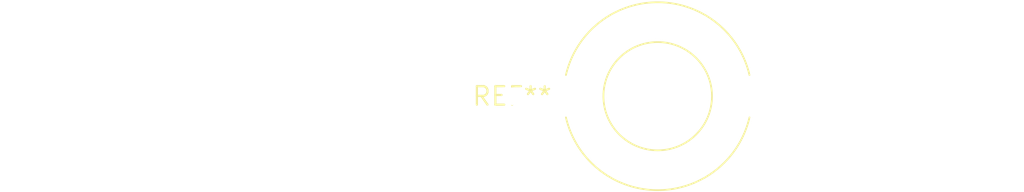
<source format=kicad_pcb>
(kicad_pcb (version 20240108) (generator pcbnew)
  (layers (0 "F.Cu" signal) (31 "B.Cu" signal) (34 "B.Paste" user) (35 "F.Paste" user) (36 "B.SilkS" user "B.Silkscreen") (37 "F.SilkS" user "F.Silkscreen") (38 "B.Mask" user) (39 "F.Mask" user) (44 "Edge.Cuts" user))
  (net 0 "")
  (footprint "L_Toroid_Horizontal_D12.7mm_P20.00mm_Diameter14-5mm_Amidon-T50" (layer "F.Cu") (at 0 0)
    (property "Reference" "REF**")
    (property "Value" "L_Toroid_Horizontal_D12.7mm_P20.00mm_Diameter14-5mm_Amidon-T50")
    (fp_arc (start 3.696882 -1.46) (mid 10 -6.47) (end 16.303118 -1.46) (layer "F.SilkS") (stroke (width 0.12)))
    (fp_arc (start 16.303118 1.46) (mid 10 6.47) (end 3.696882 1.46) (layer "F.SilkS") (stroke (width 0.12)))
    (fp_circle (center 10 0) (end 13.7281 0) (layer "F.SilkS") (stroke (width 0.12)) (fill none))
    (pad "1" thru_hole circle (at 0 0) (size 2.4 2.4) (drill 1.2) (layers *.Cu *.Mask) (remove_unused_layers))
    (pad "2" thru_hole circle (at 20 0) (size 2.4 2.4) (drill 1.2) (layers *.Cu *.Mask) (remove_unused_layers))
  )
)
</source>
